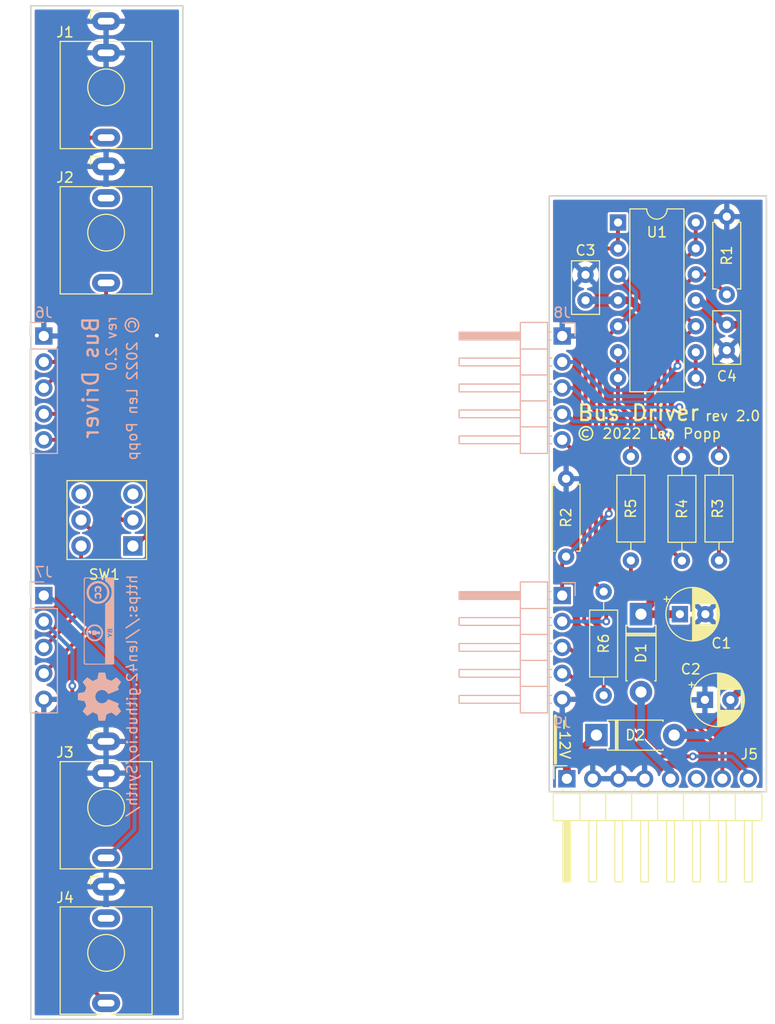
<source format=kicad_pcb>
(kicad_pcb (version 20211014) (generator pcbnew)
  (title_block (title "Eurorack Bus Driver") (date "2022-05-26") (rev "2.0") (company "Len Popp") (comment 1 "Copyright © 2022 Len Popp CC BY") (comment 2 "Board settings comply with requirements of OSH Park https://oshpark.com/") (comment 3 "Eurorack CV & gate bus driver module - 3HP"))
  (layers (0 "F.Cu" signal) (31 "B.Cu" signal) (36 "B.SilkS" user "B.Silkscreen") (37 "F.SilkS" user "F.Silkscreen") (38 "B.Mask" user) (39 "F.Mask" user) (44 "Edge.Cuts" user))
  (net 0 "")
  (net 1 "+12V")
  (net 2 "GND")
  (net 3 "-12V")
  (net 4 "Net-(D1-Pad2)")
  (net 6 "Net-(D2-Pad1)")
  (net 7 "IN-CV")
  (net 8 "BUS-CV")
  (net 9 "IN-GATE")
  (net 10 "BUS-GATE")
  (net 12 "OUT-CV-FRONT")
  (net 13 "OUT-CV-BUS")
  (net 14 "OUT-GATE-FRONT")
  (net 15 "OUT-GATE-BUS")
  (net 17 "Net-(R3-Pad1)")
  (net 18 "Net-(R4-Pad1)")
  (net 19 "Net-(R5-Pad1)")
  (net 20 "Net-(R6-Pad1)")
  (footprint "-lmp-misc:C_Disc_D5.0mm_W2.5mm_P2.50mm" (layer "F.Cu") (at 154.686 70.1675 90)
    (fp_text reference "C3" (at 4.8895 0 180) (layer "F.SilkS"))
    (fp_text value "100N")
    (pad "1" thru_hole circle locked (at 0 0 90) (size 1.6 1.6) (drill 0.8) (layers *.Cu *.Mask) (net 1 "+12V"))
    (pad "2" thru_hole circle locked (at 2.5 0 90) (size 1.6 1.6) (drill 0.8) (layers *.Cu *.Mask) (net 2 "GND"))
  )
  (footprint "-lmp-misc:R_Axial_DIN0207_L6.3mm_D2.5mm_P10.16mm_Horizontal" (layer "F.Cu") (at 156.464 98.679 -90)
    (fp_text reference "R6" (at 5.08 0 90) (layer "F.SilkS"))
    (fp_text value "51R")
    (pad "1" thru_hole circle locked (at 0 0 270) (size 1.6 1.6) (drill 0.8) (layers *.Cu *.Mask) (net 20 "Net-(R6-Pad1)"))
    (pad "2" thru_hole oval locked (at 10.16 0 270) (size 1.6 1.6) (drill 0.8) (layers *.Cu *.Mask) (net 15 "OUT-GATE-BUS"))
  )
  (footprint "-lmp-misc:C_Disc_D5.0mm_W2.5mm_P2.50mm" (layer "F.Cu") (at 168.529 75.057 90)
    (fp_text reference "C4" (at -2.54 0 180) (layer "F.SilkS"))
    (fp_text value "100N")
    (pad "1" thru_hole circle locked (at 0 0 90) (size 1.6 1.6) (drill 0.8) (layers *.Cu *.Mask) (net 2 "GND"))
    (pad "2" thru_hole circle locked (at 2.5 0 90) (size 1.6 1.6) (drill 0.8) (layers *.Cu *.Mask) (net 3 "-12V"))
  )
  (footprint "-lmp-misc:CP_Radial_D5.0mm_P2.50mm" (layer "F.Cu") (at 166.384088 109.2708)
    (fp_text reference "C2" (at -1.385688 -2.9972) (layer "F.SilkS"))
    (fp_text value "10U")
    (pad "1" thru_hole rect locked (at 0 0) (size 1.6 1.6) (drill 0.8) (layers *.Cu *.Mask) (net 2 "GND"))
    (pad "2" thru_hole circle locked (at 2.5 0) (size 1.6 1.6) (drill 0.8) (layers *.Cu *.Mask) (net 3 "-12V"))
  )
  (footprint "Package_DIP:DIP-14_W7.62mm" (layer "F.Cu") (at 157.871 62.5475)
    (fp_text reference "U1" (at 3.81 0.9525) (layer "F.SilkS"))
    (fp_text value "TL074")
    (pad "1" thru_hole rect (at 0 0) (size 1.6 1.6) (drill 0.8) (layers *.Cu *.Mask) (net 20 "Net-(R6-Pad1)"))
    (pad "2" thru_hole oval (at 0 2.54) (size 1.6 1.6) (drill 0.8) (layers *.Cu *.Mask) (net 20 "Net-(R6-Pad1)"))
    (pad "3" thru_hole oval (at 0 5.08) (size 1.6 1.6) (drill 0.8) (layers *.Cu *.Mask) (net 9 "IN-GATE"))
    (pad "4" thru_hole oval (at 0 7.62) (size 1.6 1.6) (drill 0.8) (layers *.Cu *.Mask) (net 1 "+12V"))
    (pad "5" thru_hole oval (at 0 10.16) (size 1.6 1.6) (drill 0.8) (layers *.Cu *.Mask) (net 9 "IN-GATE"))
    (pad "6" thru_hole oval (at 0 12.7) (size 1.6 1.6) (drill 0.8) (layers *.Cu *.Mask) (net 19 "Net-(R5-Pad1)"))
    (pad "7" thru_hole oval (at 0 15.24) (size 1.6 1.6) (drill 0.8) (layers *.Cu *.Mask) (net 19 "Net-(R5-Pad1)"))
    (pad "8" thru_hole oval (at 7.62 15.24) (size 1.6 1.6) (drill 0.8) (layers *.Cu *.Mask) (net 17 "Net-(R3-Pad1)"))
    (pad "9" thru_hole oval (at 7.62 12.7) (size 1.6 1.6) (drill 0.8) (layers *.Cu *.Mask) (net 17 "Net-(R3-Pad1)"))
    (pad "10" thru_hole oval (at 7.62 10.16) (size 1.6 1.6) (drill 0.8) (layers *.Cu *.Mask) (net 7 "IN-CV"))
    (pad "11" thru_hole oval (at 7.62 7.62) (size 1.6 1.6) (drill 0.8) (layers *.Cu *.Mask) (net 3 "-12V"))
    (pad "12" thru_hole oval (at 7.62 5.08) (size 1.6 1.6) (drill 0.8) (layers *.Cu *.Mask) (net 7 "IN-CV"))
    (pad "13" thru_hole oval (at 7.62 2.54) (size 1.6 1.6) (drill 0.8) (layers *.Cu *.Mask) (net 18 "Net-(R4-Pad1)"))
    (pad "14" thru_hole oval (at 7.62 0) (size 1.6 1.6) (drill 0.8) (layers *.Cu *.Mask) (net 18 "Net-(R4-Pad1)"))
  )
  (footprint "-lmp-misc:R_Axial_DIN0207_L6.3mm_D2.5mm_P7.62mm_Horizontal" (layer "F.Cu") (at 152.781 95.25 90)
    (fp_text reference "R2" (at 3.81 0 90) (layer "F.SilkS"))
    (fp_text value "1M")
    (pad "1" thru_hole circle locked (at 0 0 90) (size 1.6 1.6) (drill 0.8) (layers *.Cu *.Mask) (net 9 "IN-GATE"))
    (pad "2" thru_hole oval locked (at 7.62 0 90) (size 1.6 1.6) (drill 0.8) (layers *.Cu *.Mask) (net 2 "GND"))
  )
  (footprint "Diode_THT:D_DO-41_SOD81_P7.62mm_Horizontal" (layer "F.Cu") (at 160.1216 100.8888 -90)
    (fp_text reference "D1" (at 3.81 0 90) (layer "F.SilkS"))
    (fp_text value "MBR150")
    (pad "1" thru_hole rect (at 0 0 270) (size 2.2 2.2) (drill 1.1) (layers *.Cu *.Mask) (net 1 "+12V"))
    (pad "2" thru_hole oval (at 7.62 0 270) (size 2.2 2.2) (drill 1.1) (layers *.Cu *.Mask) (net 4 "Net-(D1-Pad2)"))
  )
  (footprint "-lmp-synth:Jack_3.5mm_QingPu_WQP-PJ398SM_Vertical" (layer "F.Cu") (at 107.706 127.558)
    (fp_text reference "J4" (at -4.03 1.08) (layer "F.SilkS"))
    (fp_text value "WQP-PJ398")
    (pad "S" thru_hole oval (at 0 0 180) (size 2.75 1.75) (drill oval 1.65 0.65) (layers *.Cu *.Mask) (net 2 "GND"))
    (pad "T" thru_hole oval (at 0 11.4 180) (size 2.75 1.75) (drill oval 1.65 0.65) (layers *.Cu *.Mask) (net 14 "OUT-GATE-FRONT"))
    (pad "TN" thru_hole oval (at 0 3.1 180) (size 2.75 1.75) (drill oval 1.65 0.65) (layers *.Cu *.Mask))
  )
  (footprint "-lmp-synth:PinHeader-Eurorack-8-TH-RA" (layer "F.Cu") (at 152.8572 116.9924 -90)
    (fp_text reference "J5" (at -2.3876 -17.8816) (layer "F.SilkS"))
    (fp_text value "Conn_01x08")
    (pad "1" thru_hole rect (at 0 0 90) (size 1.7 1.7) (drill 1) (layers *.Cu *.Mask) (net 6 "Net-(D2-Pad1)"))
    (pad "2" thru_hole oval (at 0 -2.54 90) (size 1.7 1.7) (drill 1) (layers *.Cu *.Mask) (net 2 "GND"))
    (pad "3" thru_hole oval (at 0 -5.08 90) (size 1.7 1.7) (drill 1) (layers *.Cu *.Mask) (net 2 "GND"))
    (pad "4" thru_hole oval (at 0 -7.62 90) (size 1.7 1.7) (drill 1) (layers *.Cu *.Mask) (net 2 "GND"))
    (pad "5" thru_hole oval (at 0 -10.16 90) (size 1.7 1.7) (drill 1) (layers *.Cu *.Mask) (net 4 "Net-(D1-Pad2)"))
    (pad "6" thru_hole oval (at 0 -12.7 90) (size 1.7 1.7) (drill 1) (layers *.Cu *.Mask))
    (pad "7" thru_hole oval (at 0 -15.24 90) (size 1.7 1.7) (drill 1) (layers *.Cu *.Mask) (net 8 "BUS-CV"))
    (pad "8" thru_hole oval (at 0 -17.78 90) (size 1.7 1.7) (drill 1) (layers *.Cu *.Mask) (net 10 "BUS-GATE"))
  )
  (footprint "Diode_THT:D_DO-41_SOD81_P7.62mm_Horizontal" (layer "F.Cu") (at 155.7528 112.7252)
    (fp_text reference "D2" (at 3.81 0) (layer "F.SilkS"))
    (fp_text value "MBR150")
    (pad "1" thru_hole rect (at 0 0) (size 2.2 2.2) (drill 1.1) (layers *.Cu *.Mask) (net 6 "Net-(D2-Pad1)"))
    (pad "2" thru_hole oval (at 7.62 0) (size 2.2 2.2) (drill 1.1) (layers *.Cu *.Mask) (net 3 "-12V"))
  )
  (footprint "-lmp-synth:Jack_3.5mm_QingPu_WQP-PJ398SM_Vertical" (layer "F.Cu") (at 107.706 42.84)
    (fp_text reference "J1" (at -4.03 1.08) (layer "F.SilkS"))
    (fp_text value "WQP-PJ398")
    (pad "S" thru_hole oval (at 0 0 180) (size 2.75 1.75) (drill oval 1.65 0.65) (layers *.Cu *.Mask) (net 2 "GND"))
    (pad "T" thru_hole oval (at 0 11.4 180) (size 2.75 1.75) (drill oval 1.65 0.65) (layers *.Cu *.Mask) (net 7 "IN-CV"))
    (pad "TN" thru_hole oval (at 0 3.1 180) (size 2.75 1.75) (drill oval 1.65 0.65) (layers *.Cu *.Mask) (net 2 "GND"))
  )
  (footprint "-lmp-misc:R_Axial_DIN0207_L6.3mm_D2.5mm_P10.16mm_Horizontal" (layer "F.Cu") (at 159.131 85.471 -90)
    (fp_text reference "R5" (at 5.08 0 90) (layer "F.SilkS"))
    (fp_text value "51R")
    (pad "1" thru_hole circle locked (at 0 0 270) (size 1.6 1.6) (drill 0.8) (layers *.Cu *.Mask) (net 19 "Net-(R5-Pad1)"))
    (pad "2" thru_hole oval locked (at 10.16 0 270) (size 1.6 1.6) (drill 0.8) (layers *.Cu *.Mask) (net 14 "OUT-GATE-FRONT"))
  )
  (footprint "-lmp-misc:SW_DPDT_THT_2.54" (layer "F.Cu") (at 110.333 94.211 180)
    (fp_text reference "SW1" (at 2.794 -2.794) (layer "F.SilkS"))
    (fp_text value "SW_DPDT")
    (pad "1" thru_hole rect (at 0 0 180) (size 1.905 1.905) (drill 1.0922) (layers *.Cu *.Mask) (net 13 "OUT-CV-BUS"))
    (pad "2" thru_hole circle (at 0 2.54 180) (size 1.905 1.905) (drill 1.0922) (layers *.Cu *.Mask) (net 8 "BUS-CV"))
    (pad "3" thru_hole circle (at 0 5.08 180) (size 1.905 1.905) (drill 1.0922) (layers *.Cu *.Mask))
    (pad "4" thru_hole circle (at 5.08 0 180) (size 1.905 1.905) (drill 1.0922) (layers *.Cu *.Mask) (net 15 "OUT-GATE-BUS"))
    (pad "5" thru_hole circle (at 5.08 2.54 180) (size 1.905 1.905) (drill 1.0922) (layers *.Cu *.Mask) (net 10 "BUS-GATE"))
    (pad "6" thru_hole circle (at 5.08 5.08 180) (size 1.905 1.905) (drill 1.0922) (layers *.Cu *.Mask))
  )
  (footprint "-lmp-misc:CP_Radial_D5.0mm_P2.50mm" (layer "F.Cu") (at 163.9316 100.8888)
    (fp_text reference "C1" (at 4.064 2.8448) (layer "F.SilkS"))
    (fp_text value "10U")
    (pad "1" thru_hole rect locked (at 0 0) (size 1.6 1.6) (drill 0.8) (layers *.Cu *.Mask) (net 1 "+12V"))
    (pad "2" thru_hole circle locked (at 2.5 0) (size 1.6 1.6) (drill 0.8) (layers *.Cu *.Mask) (net 2 "GND"))
  )
  (footprint "-lmp-synth:Jack_3.5mm_QingPu_WQP-PJ398SM_Vertical" (layer "F.Cu") (at 107.706 113.34)
    (fp_text reference "J3" (at -4.03 1.08) (layer "F.SilkS"))
    (fp_text value "WQP-PJ398")
    (pad "S" thru_hole oval (at 0 0 180) (size 2.75 1.75) (drill oval 1.65 0.65) (layers *.Cu *.Mask) (net 2 "GND"))
    (pad "T" thru_hole oval (at 0 11.4 180) (size 2.75 1.75) (drill oval 1.65 0.65) (layers *.Cu *.Mask) (net 9 "IN-GATE"))
    (pad "TN" thru_hole oval (at 0 3.1 180) (size 2.75 1.75) (drill oval 1.65 0.65) (layers *.Cu *.Mask) (net 2 "GND"))
  )
  (footprint "-lmp-misc:R_Axial_DIN0207_L6.3mm_D2.5mm_P7.62mm_Horizontal" (layer "F.Cu") (at 168.529 69.596 90)
    (fp_text reference "R1" (at 3.81 0 90) (layer "F.SilkS"))
    (fp_text value "1M")
    (pad "1" thru_hole circle locked (at 0 0 90) (size 1.6 1.6) (drill 0.8) (layers *.Cu *.Mask) (net 7 "IN-CV"))
    (pad "2" thru_hole oval locked (at 7.62 0 90) (size 1.6 1.6) (drill 0.8) (layers *.Cu *.Mask) (net 2 "GND"))
  )
  (footprint "-lmp-synth:Jack_3.5mm_QingPu_WQP-PJ398SM_Vertical" (layer "F.Cu") (at 107.706 57.058)
    (fp_text reference "J2" (at -4.03 1.08) (layer "F.SilkS"))
    (fp_text value "WQP-PJ398")
    (pad "S" thru_hole oval (at 0 0 180) (size 2.75 1.75) (drill oval 1.65 0.65) (layers *.Cu *.Mask) (net 2 "GND"))
    (pad "T" thru_hole oval (at 0 11.4 180) (size 2.75 1.75) (drill oval 1.65 0.65) (layers *.Cu *.Mask) (net 12 "OUT-CV-FRONT"))
    (pad "TN" thru_hole oval (at 0 3.1 180) (size 2.75 1.75) (drill oval 1.65 0.65) (layers *.Cu *.Mask))
  )
  (footprint "-lmp-misc:R_Axial_DIN0207_L6.3mm_D2.5mm_P10.16mm_Horizontal" (layer "F.Cu") (at 164.1348 85.4964 -90)
    (fp_text reference "R4" (at 5.08 0 90) (layer "F.SilkS"))
    (fp_text value "51R")
    (pad "1" thru_hole circle locked (at 0 0 270) (size 1.6 1.6) (drill 0.8) (layers *.Cu *.Mask) (net 18 "Net-(R4-Pad1)"))
    (pad "2" thru_hole oval locked (at 10.16 0 270) (size 1.6 1.6) (drill 0.8) (layers *.Cu *.Mask) (net 13 "OUT-CV-BUS"))
  )
  (footprint "-lmp-misc:R_Axial_DIN0207_L6.3mm_D2.5mm_P10.16mm_Horizontal" (layer "F.Cu") (at 167.767 85.471 -90)
    (fp_text reference "R3" (at 5.08 0.127 90) (layer "F.SilkS"))
    (fp_text value "51R")
    (pad "1" thru_hole circle locked (at 0 0 270) (size 1.6 1.6) (drill 0.8) (layers *.Cu *.Mask) (net 17 "Net-(R3-Pad1)"))
    (pad "2" thru_hole oval locked (at 10.16 0 270) (size 1.6 1.6) (drill 0.8) (layers *.Cu *.Mask) (net 12 "OUT-CV-FRONT"))
  )
  (footprint "-lmp-misc:Logo_CC_BY" (layer "B.Cu") (at 107 101.546 -90)
    (fp_text reference "G2" hide)
    (fp_text value "Logo_CC_BY" hide)
  )
  (footprint "-lmp-misc:Logo_OSHW" (layer "B.Cu") (at 107.073 108.966 -90)
    (fp_text reference "G4" hide)
    (fp_text value "Logo_OSHW" hide)
  )
  (footprint "Connector_PinSocket_2.54mm:PinSocket_1x05_P2.54mm_Vertical" (layer "B.Cu") (at 101.6 99.06 180)
    (fp_text reference "J7" (at 0 2.286) (layer "B.SilkS") (effects (justify mirror)))
    (fp_text value "Conn_Front")
    (pad "1" thru_hole rect (at 0 0 180) (size 1.7 1.7) (drill 1) (layers *.Cu *.Mask) (net 9 "IN-GATE"))
    (pad "2" thru_hole oval (at 0 -2.54 180) (size 1.7 1.7) (drill 1) (layers *.Cu *.Mask) (net 14 "OUT-GATE-FRONT"))
    (pad "3" thru_hole oval (at 0 -5.08 180) (size 1.7 1.7) (drill 1) (layers *.Cu *.Mask) (net 15 "OUT-GATE-BUS"))
    (pad "4" thru_hole oval (at 0 -7.62 180) (size 1.7 1.7) (drill 1) (layers *.Cu *.Mask) (net 10 "BUS-GATE"))
    (pad "5" thru_hole oval (at 0 -10.16 180) (size 1.7 1.7) (drill 1) (layers *.Cu *.Mask) (net 2 "GND"))
  )
  (footprint "Connector_PinHeader_2.54mm:PinHeader_1x05_P2.54mm_Horizontal" (layer "B.Cu") (at 152.4 73.66 180)
    (fp_text reference "J8" (at 0 2.286) (layer "B.SilkS") (effects (justify mirror)))
    (fp_text value "Conn_Back")
    (pad "1" thru_hole rect (at 0 0 180) (size 1.7 1.7) (drill 1) (layers *.Cu *.Mask) (net 2 "GND"))
    (pad "2" thru_hole oval (at 0 -2.54 180) (size 1.7 1.7) (drill 1) (layers *.Cu *.Mask) (net 7 "IN-CV"))
    (pad "3" thru_hole oval (at 0 -5.08 180) (size 1.7 1.7) (drill 1) (layers *.Cu *.Mask) (net 12 "OUT-CV-FRONT"))
    (pad "4" thru_hole oval (at 0 -7.62 180) (size 1.7 1.7) (drill 1) (layers *.Cu *.Mask) (net 13 "OUT-CV-BUS"))
    (pad "5" thru_hole oval (at 0 -10.16 180) (size 1.7 1.7) (drill 1) (layers *.Cu *.Mask) (net 8 "BUS-CV"))
  )
  (footprint "Connector_PinSocket_2.54mm:PinSocket_1x05_P2.54mm_Vertical" (layer "B.Cu") (at 101.6 73.66 180)
    (fp_text reference "J6" (at 0 2.286) (layer "B.SilkS") (effects (justify mirror)))
    (fp_text value "Conn_Front")
    (pad "1" thru_hole rect (at 0 0 180) (size 1.7 1.7) (drill 1) (layers *.Cu *.Mask) (net 2 "GND"))
    (pad "2" thru_hole oval (at 0 -2.54 180) (size 1.7 1.7) (drill 1) (layers *.Cu *.Mask) (net 7 "IN-CV"))
    (pad "3" thru_hole oval (at 0 -5.08 180) (size 1.7 1.7) (drill 1) (layers *.Cu *.Mask) (net 12 "OUT-CV-FRONT"))
    (pad "4" thru_hole oval (at 0 -7.62 180) (size 1.7 1.7) (drill 1) (layers *.Cu *.Mask) (net 13 "OUT-CV-BUS"))
    (pad "5" thru_hole oval (at 0 -10.16 180) (size 1.7 1.7) (drill 1) (layers *.Cu *.Mask) (net 8 "BUS-CV"))
  )
  (footprint "Connector_PinHeader_2.54mm:PinHeader_1x05_P2.54mm_Horizontal" (layer "B.Cu") (at 152.4 99.06 180)
    (fp_text reference "J9" (at 0 -12.446) (layer "B.SilkS") (effects (justify mirror)))
    (fp_text value "Conn_Back")
    (pad "1" thru_hole rect (at 0 0 180) (size 1.7 1.7) (drill 1) (layers *.Cu *.Mask) (net 9 "IN-GATE"))
    (pad "2" thru_hole oval (at 0 -2.54 180) (size 1.7 1.7) (drill 1) (layers *.Cu *.Mask) (net 14 "OUT-GATE-FRONT"))
    (pad "3" thru_hole oval (at 0 -5.08 180) (size 1.7 1.7) (drill 1) (layers *.Cu *.Mask) (net 15 "OUT-GATE-BUS"))
    (pad "4" thru_hole oval (at 0 -7.62 180) (size 1.7 1.7) (drill 1) (layers *.Cu *.Mask) (net 10 "BUS-GATE"))
    (pad "5" thru_hole oval (at 0 -10.16 180) (size 1.7 1.7) (drill 1) (layers *.Cu *.Mask) (net 2 "GND"))
  )
  (gr_line (start 151.7396 110.8536) (end 151.7396 115.4684) (layer "F.SilkS") (width 0.3048))
  (gr_line (start 151.13 118.2624) (end 151.13 59.944) (layer "Edge.Cuts") (width 0.1524))
  (gr_line (start 151.13 59.944) (end 172.4152 59.944) (layer "Edge.Cuts") (width 0.1524))
  (gr_line (start 115.23 41.33) (end 115.23 140.534) (layer "Edge.Cuts") (width 0.1524))
  (gr_line (start 115.23 140.534) (end 100.33 140.534) (layer "Edge.Cuts") (width 0.1524))
  (gr_line (start 100.33 41.33) (end 115.23 41.33) (layer "Edge.Cuts") (width 0.1524))
  (gr_line (start 172.4152 118.2624) (end 151.13 118.2624) (layer "Edge.Cuts") (width 0.1524))
  (gr_line (start 172.4152 59.944) (end 172.4152 118.2624) (layer "Edge.Cuts") (width 0.1524))
  (gr_line (start 100.33 140.534) (end 100.33 41.33) (layer "Edge.Cuts") (width 0.1524))
  (gr_text "Bus Driver" (at 106.2 71.628 90) (layer "B.SilkS") (effects (font (size 1.524 1.524) (thickness 0.2286)) (justify left mirror)))
  (gr_text "rev ${REVISION}" (at 108.232 71.628 90) (layer "B.SilkS") (effects (font (size 1 1)) (justify left mirror)))
  (gr_text "© 2022 Len Popp" (at 110.264 71.628 90) (layer "B.SilkS") (effects (font (size 1 1)) (justify left mirror)))
  (gr_text "https://len42.github.io/Synth/" (at 110.264 96.9264 90) (layer "B.SilkS") (effects (font (size 1 1)) (justify left mirror)))
  (gr_text "-12V" (at 152.654 115.1636 270) (layer "F.SilkS") (effects (font (size 1 1)) (justify right)))
  (gr_text "© 2022 Len Popp" (at 153.7716 83.2104) (layer "F.SilkS") (effects (font (size 1 1)) (justify left)))
  (gr_text "rev ${REVISION}" (at 166.3192 81.4832) (layer "F.SilkS") (effects (font (size 1 1)) (justify left)))
  (gr_text "Bus Driver" (at 153.7716 81.1784) (layer "F.SilkS") (effects (font (size 1.524 1.524) (thickness 0.2286)) (justify left)))
  (segment (start 159.131 70.1675) (end 157.861 70.1675) (width 0.762) (layer "F.Cu") (net 1))
  (segment (start 160.1216 100.8888) (end 161.036 99.9744) (width 0.762) (layer "F.Cu") (net 1))
  (segment (start 161.036 99.9744) (end 161.036 72.0725) (width 0.762) (layer "F.Cu") (net 1))
  (segment (start 160.1216 100.8888) (end 163.9316 100.8888) (width 0.762) (layer "F.Cu") (net 1))
  (segment (start 161.036 72.0725) (end 159.131 70.1675) (width 0.762) (layer "F.Cu") (net 1))
  (segment (start 154.686 70.1675) (end 157.861 70.1675) (width 0.762) (layer "B.Cu") (net 1))
  (via (at 112.6744 73.6092) (size 0.762) (drill 0.381) (layers "F.Cu" "B.Cu") (net 2))
  (segment (start 170.815 73.787) (end 169.585 72.557) (width 0.762) (layer "F.Cu") (net 3))
  (segment (start 170.815 107.339888) (end 170.815 73.787) (width 0.762) (layer "F.Cu") (net 3))
  (segment (start 169.585 72.557) (end 168.529 72.557) (width 0.762) (layer "F.Cu") (net 3))
  (segment (start 168.884088 109.2708) (end 170.815 107.339888) (width 0.762) (layer "F.Cu") (net 3))
  (segment (start 168.315 72.557) (end 165.9255 70.1675) (width 0.762) (layer "B.Cu") (net 3))
  (segment (start 165.9255 70.1675) (end 165.481 70.1675) (width 0.762) (layer "B.Cu") (net 3))
  (segment (start 166.6748 112.7252) (end 168.884088 110.515912) (width 0.762) (layer "B.Cu") (net 3))
  (segment (start 168.529 72.557) (end 168.315 72.557) (width 0.762) (layer "B.Cu") (net 3))
  (segment (start 168.884088 110.515912) (end 168.884088 109.2708) (width 0.762) (layer "B.Cu") (net 3))
  (segment (start 163.3728 112.7252) (end 166.6748 112.7252) (width 0.762) (layer "B.Cu") (net 3))
  (segment (start 163.0172 116.2812) (end 163.0172 116.9924) (width 0.762) (layer "B.Cu") (net 4))
  (segment (start 160.1216 113.3856) (end 163.0172 116.2812) (width 0.762) (layer "B.Cu") (net 4))
  (segment (start 160.1216 108.5088) (end 160.1216 113.3856) (width 0.762) (layer "B.Cu") (net 4))
  (segment (start 152.8572 115.6208) (end 152.8572 116.9924) (width 0.762) (layer "F.Cu") (net 6))
  (segment (start 155.7528 112.7252) (end 152.8572 115.6208) (width 0.762) (layer "F.Cu") (net 6))
  (segment (start 103.9368 74.8792) (end 102.616 76.2) (width 0.381) (layer "F.Cu") (net 7))
  (segment (start 163.703 76.581) (end 163.703 74.4855) (width 0.381) (layer "F.Cu") (net 7))
  (segment (start 107.706 54.24) (end 106.1356 54.24) (width 0.381) (layer "F.Cu") (net 7))
  (segment (start 168.529 69.596) (end 166.5605 67.6275) (width 0.381) (layer "F.Cu") (net 7))
  (segment (start 166.5605 67.6275) (end 165.481 67.6275) (width 0.381) (layer "F.Cu") (net 7))
  (segment (start 165.481 67.6275) (end 163.83 69.2785) (width 0.381) (layer "F.Cu") (net 7))
  (segment (start 103.9368 56.4388) (end 103.9368 74.8792) (width 0.381) (layer "F.Cu") (net 7))
  (segment (start 163.703 74.4855) (end 165.481 72.7075) (width 0.381) (layer "F.Cu") (net 7))
  (segment (start 106.1356 54.24) (end 103.9368 56.4388) (width 0.381) (layer "F.Cu") (net 7))
  (segment (start 163.83 71.0565) (end 165.481 72.7075) (width 0.381) (layer "F.Cu") (net 7))
  (segment (start 163.83 69.2785) (end 163.83 71.0565) (width 0.381) (layer "F.Cu") (net 7))
  (segment (start 102.616 76.2) (end 101.6 76.2) (width 0.381) (layer "F.Cu") (net 7))
  (via (at 163.703 76.581) (size 0.762) (drill 0.381) (layers "F.Cu" "B.Cu") (net 7))
  (segment (start 156.8958 79.5528) (end 153.543 76.2) (width 0.381) (layer "B.Cu") (net 7))
  (segment (start 153.543 76.2) (end 152.4 76.2) (width 0.381) (layer "B.Cu") (net 7))
  (segment (start 163.703 76.581) (end 160.7312 79.5528) (width 0.381) (layer "B.Cu") (net 7))
  (segment (start 160.7312 79.5528) (end 156.8958 79.5528) (width 0.381) (layer "B.Cu") (net 7))
  (segment (start 104.648 83.82) (end 107.8992 87.0712) (width 0.381) (layer "F.Cu") (net 8))
  (segment (start 168.0972 114.3) (end 168.0972 116.9924) (width 0.381) (layer "F.Cu") (net 8))
  (segment (start 107.8992 90.2716) (end 109.2986 91.671) (width 0.381) (layer "F.Cu") (net 8))
  (segment (start 109.2986 91.671) (end 110.333 91.671) (width 0.381) (layer "F.Cu") (net 8))
  (segment (start 107.8992 87.0712) (end 107.8992 90.2716) (width 0.381) (layer "F.Cu") (net 8))
  (segment (start 163.4744 108.712) (end 163.4744 109.6772) (width 0.381) (layer "F.Cu") (net 8))
  (segment (start 163.4744 109.6772) (end 168.0972 114.3) (width 0.381) (layer "F.Cu") (net 8))
  (segment (start 154.559 101.6254) (end 157.3784 104.4448) (width 0.381) (layer "F.Cu") (net 8))
  (segment (start 101.6 83.82) (end 104.648 83.82) (width 0.381) (layer "F.Cu") (net 8))
  (segment (start 154.559 85.979) (end 154.559 101.6254) (width 0.381) (layer "F.Cu") (net 8))
  (segment (start 159.2072 104.4448) (end 163.4744 108.712) (width 0.381) (layer "F.Cu") (net 8))
  (segment (start 152.4 83.82) (end 154.559 85.979) (width 0.381) (layer "F.Cu") (net 8))
  (segment (start 157.3784 104.4448) (end 159.2072 104.4448) (width 0.381) (layer "F.Cu") (net 8))
  (segment (start 157.0355 81.28) (end 157.0355 90.9955) (width 0.381) (layer "F.Cu") (net 9))
  (segment (start 157.0355 81.28) (end 156.083 80.3275) (width 0.381) (layer "F.Cu") (net 9))
  (segment (start 157.0355 90.9955) (end 156.972 91.059) (width 0.381) (layer "F.Cu") (net 9))
  (segment (start 152.4 99.06) (end 152.4 95.631) (width 0.381) (layer "F.Cu") (net 9))
  (segment (start 156.083 80.3275) (end 156.083 74.4855) (width 0.381) (layer "F.Cu") (net 9))
  (segment (start 156.083 74.4855) (end 157.861 72.7075) (width 0.381) (layer "F.Cu") (net 9))
  (segment (start 152.4 95.631) (end 152.781 95.25) (width 0.381) (layer "F.Cu") (net 9))
  (via (at 156.972 91.059) (size 0.762) (drill 0.381) (layers "F.Cu" "B.Cu") (net 9))
  (segment (start 110.49 107.442) (end 110.49 121.956) (width 0.381) (layer "B.Cu") (net 9))
  (segment (start 102.108 99.06) (end 110.49 107.442) (width 0.381) (layer "B.Cu") (net 9))
  (segment (start 102.108 99.06) (end 101.6 99.06) (width 0.381) (layer "B.Cu") (net 9))
  (segment (start 110.49 121.956) (end 107.706 124.74) (width 0.381) (layer "B.Cu") (net 9))
  (segment (start 157.861 72.7075) (end 159.639 70.9295) (width 0.381) (layer "B.Cu") (net 9))
  (segment (start 159.639 70.9295) (end 159.639 69.4055) (width 0.381) (layer "B.Cu") (net 9))
  (segment (start 159.639 69.4055) (end 157.861 67.6275) (width 0.381) (layer "B.Cu") (net 9))
  (segment (start 152.781 95.25) (end 156.972 91.059) (width 0.381) (layer "B.Cu") (net 9))
  (segment (start 155.8036 110.5408) (end 154.5336 109.2708) (width 0.381) (layer "F.Cu") (net 10))
  (segment (start 105.253 91.671) (end 106.8832 93.3012) (width 0.381) (layer "F.Cu") (net 10))
  (segment (start 157.4292 110.5408) (end 155.8036 110.5408) (width 0.381) (layer "F.Cu") (net 10))
  (segment (start 165.2016 114.808) (end 161.6964 114.808) (width 0.381) (layer "F.Cu") (net 10))
  (segment (start 152.9588 106.68) (end 152.4 106.68) (width 0.381) (layer "F.Cu") (net 10))
  (segment (start 161.6964 114.808) (end 157.4292 110.5408) (width 0.381) (layer "F.Cu") (net 10))
  (segment (start 154.5336 109.2708) (end 154.5336 108.2548) (width 0.381) (layer "F.Cu") (net 10))
  (segment (start 154.5336 108.2548) (end 152.9588 106.68) (width 0.381) (layer "F.Cu") (net 10))
  (segment (start 106.8832 93.3012) (end 106.8832 101.3968) (width 0.381) (layer "F.Cu") (net 10))
  (segment (start 106.8832 101.3968) (end 101.6 106.68) (width 0.381) (layer "F.Cu") (net 10))
  (via (at 165.2016 114.808) (size 0.762) (drill 0.381) (layers "F.Cu" "B.Cu") (net 10))
  (segment (start 170.6372 116.4336) (end 170.6372 116.9924) (width 0.381) (layer "B.Cu") (net 10))
  (segment (start 165.2016 114.808) (end 169.0116 114.808) (width 0.381) (layer "B.Cu") (net 10))
  (segment (start 169.0116 114.808) (end 170.6372 116.4336) (width 0.381) (layer "B.Cu") (net 10))
  (segment (start 101.6 78.74) (end 107.706 72.634) (width 0.381) (layer "F.Cu") (net 12))
  (segment (start 163.8808 80.6196) (end 165.862 82.6008) (width 0.381) (layer "F.Cu") (net 12))
  (segment (start 165.862 86.614) (end 167.767 88.519) (width 0.381) (layer "F.Cu") (net 12))
  (segment (start 167.767 88.519) (end 167.767 95.631) (width 0.381) (layer "F.Cu") (net 12))
  (segment (start 107.706 72.634) (end 107.706 68.458) (width 0.381) (layer "F.Cu") (net 12))
  (segment (start 165.862 82.6008) (end 165.862 86.614) (width 0.381) (layer "F.Cu") (net 12))
  (via (at 163.8808 80.6196) (size 0.762) (drill 0.381) (layers "F.Cu" "B.Cu") (net 12))
  (segment (start 163.8808 80.6196) (end 163.8554 80.645) (width 0.381) (layer "B.Cu") (net 12))
  (segment (start 155.321 80.645) (end 153.416 78.74) (width 0.381) (layer "B.Cu") (net 12))
  (segment (start 163.8554 80.645) (end 155.321 80.645) (width 0.381) (layer "B.Cu") (net 12))
  (segment (start 153.416 78.74) (end 152.4 78.74) (width 0.381) (layer "B.Cu") (net 12))
  (segment (start 162.433 84.4042) (end 162.433 93.9546) (width 0.381) (layer "F.Cu") (net 13))
  (segment (start 107.2388 81.28) (end 112.3188 86.36) (width 0.381) (layer "F.Cu") (net 13))
  (segment (start 162.433 93.9546) (end 164.1348 95.6564) (width 0.381) (layer "F.Cu") (net 13))
  (segment (start 110.6146 94.211) (end 110.333 94.211) (width 0.381) (layer "F.Cu") (net 13))
  (segment (start 101.6 81.28) (end 107.2388 81.28) (width 0.381) (layer "F.Cu") (net 13))
  (segment (start 162.7632 83.312) (end 162.7632 84.074) (width 0.381) (layer "F.Cu") (net 13))
  (segment (start 162.7632 84.074) (end 162.433 84.4042) (width 0.381) (layer "F.Cu") (net 13))
  (segment (start 112.3188 86.36) (end 112.3188 92.5068) (width 0.381) (layer "F.Cu") (net 13))
  (segment (start 112.3188 92.5068) (end 110.6146 94.211) (width 0.381) (layer "F.Cu") (net 13))
  (via (at 162.7632 83.312) (size 0.762) (drill 0.381) (layers "F.Cu" "B.Cu") (net 13))
  (segment (start 161.4424 81.9912) (end 153.4922 81.9912) (width 0.381) (layer "B.Cu") (net 13))
  (segment (start 152.781 81.28) (end 152.4 81.28) (width 0.381) (layer "B.Cu") (net 13))
  (segment (start 153.4922 81.9912) (end 152.781 81.28) (width 0.381) (layer "B.Cu") (net 13))
  (segment (start 162.7632 83.312) (end 161.4424 81.9912) (width 0.381) (layer "B.Cu") (net 13))
  (segment (start 159.131 98.3234) (end 159.131 96.393) (width 0.381) (layer "F.Cu") (net 14))
  (segment (start 104.394 135.646) (end 107.706 138.958) (width 0.381) (layer "F.Cu") (net 14))
  (segment (start 156.718 101.6) (end 156.718 100.7364) (width 0.381) (layer "F.Cu") (net 14))
  (segment (start 104.394 107.8992) (end 104.394 135.646) (width 0.381) (layer "F.Cu") (net 14))
  (segment (start 156.718 100.7364) (end 159.131 98.3234) (width 0.381) (layer "F.Cu") (net 14))
  (via (at 156.718 101.6) (size 0.762) (drill 0.381) (layers "F.Cu" "B.Cu") (net 14))
  (via (at 104.394 107.8992) (size 0.762) (drill 0.381) (layers "F.Cu" "B.Cu") (net 14))
  (segment (start 104.394 104.394) (end 104.394 107.8992) (width 0.381) (layer "B.Cu") (net 14))
  (segment (start 101.6 101.6) (end 104.394 104.394) (width 0.381) (layer "B.Cu") (net 14))
  (segment (start 156.718 101.6) (end 152.4 101.6) (width 0.381) (layer "B.Cu") (net 14))
  (segment (start 156.464 107.569) (end 153.035 104.14) (width 0.381) (layer "F.Cu") (net 15))
  (segment (start 156.464 108.839) (end 156.464 107.569) (width 0.381) (layer "F.Cu") (net 15))
  (segment (start 153.035 104.14) (end 152.4 104.14) (width 0.381) (layer "F.Cu") (net 15))
  (segment (start 105.253 94.211) (end 105.253 100.487) (width 0.381) (layer "F.Cu") (net 15))
  (segment (start 105.253 100.487) (end 101.6 104.14) (width 0.381) (layer "F.Cu") (net 15))
  (segment (start 167.767 80.0735) (end 167.767 85.471) (width 0.381) (layer "F.Cu") (net 17))
  (segment (start 165.481 75.2475) (end 165.481 77.7875) (width 0.381) (layer "F.Cu") (net 17))
  (segment (start 165.481 77.7875) (end 167.767 80.0735) (width 0.381) (layer "F.Cu") (net 17))
  (segment (start 164.084 85.4456) (end 164.1348 85.4964) (width 0.381) (layer "F.Cu") (net 18))
  (segment (start 164.084 82.6516) (end 164.084 85.4456) (width 0.381) (layer "F.Cu") (net 18))
  (segment (start 162.433 81.0006) (end 164.084 82.6516) (width 0.381) (layer "F.Cu") (net 18))
  (segment (start 165.481 62.5475) (end 165.481 65.0875) (width 0.381) (layer "F.Cu") (net 18))
  (segment (start 162.433 68.1355) (end 162.433 81.0006) (width 0.381) (layer "F.Cu") (net 18))
  (segment (start 165.481 65.0875) (end 162.433 68.1355) (width 0.381) (layer "F.Cu") (net 18))
  (segment (start 159.131 85.471) (end 159.131 81.5975) (width 0.381) (layer "F.Cu") (net 19))
  (segment (start 157.861 75.2475) (end 157.861 77.7875) (width 0.381) (layer "F.Cu") (net 19))
  (segment (start 157.861 80.3275) (end 157.861 77.7875) (width 0.381) (layer "F.Cu") (net 19))
  (segment (start 159.131 81.5975) (end 157.861 80.3275) (width 0.381) (layer "F.Cu") (net 19))
  (segment (start 156.464 98.679) (end 155.702 97.917) (width 0.381) (layer "F.Cu") (net 20))
  (segment (start 154.3685 65.0875) (end 157.861 65.0875) (width 0.381) (layer "F.Cu") (net 20))
  (segment (start 157.861 65.0875) (end 157.861 62.5475) (width 0.381) (layer "F.Cu") (net 20))
  (segment (start 154.686 80.899) (end 154.686 72.644) (width 0.381) (layer "F.Cu") (net 20))
  (segment (start 155.702 81.915) (end 154.686 80.899) (width 0.381) (layer "F.Cu") (net 20))
  (segment (start 152.654 70.612) (end 152.654 66.802) (width 0.381) (layer "F.Cu") (net 20))
  (segment (start 154.686 72.644) (end 152.654 70.612) (width 0.381) (layer "F.Cu") (net 20))
  (segment (start 155.702 97.917) (end 155.702 81.915) (width 0.381) (layer "F.Cu") (net 20))
  (segment (start 152.654 66.802) (end 154.3685 65.0875) (width 0.381) (layer "F.Cu") (net 20))
  (zone (net 2) (net_name "GND") (layer "F.Cu") (connect_pads (clearance 0.2032)) (min_thickness 0.2032) (fill yes (thermal_gap 0.508) (thermal_bridge_width 0.508))
    (polygon (pts (xy 173.2788 127.9906) (xy 150.495 127.9906) (xy 150.495 59.1566) (xy 173.2788 59.1566)))
  )
  (zone (net 2) (net_name "GND") (layer "F.Cu") (connect_pads (clearance 0.2032)) (min_thickness 0.2032) (fill yes (thermal_gap 0.508) (thermal_bridge_width 0.508))
    (polygon (pts (xy 120.777 140.9954) (xy 99.695 140.9954) (xy 99.695 40.767) (xy 120.777 40.767)))
  )
  (zone (net 0) (net_name "") (layer "F.Cu") (connect_pads (clearance 0)) (min_thickness 0.254)
    (keepout (tracks not_allowed) (vias not_allowed) (pads allowed) (copperpour not_allowed) (footprints allowed))
    (fill (thermal_gap 0.508) (thermal_bridge_width 0.508))
    (polygon (pts (xy 107.641 135.5167) (xy 108.1045 135.4433) (xy 108.5227 135.2302) (xy 108.8545 134.8984) (xy 109.0676 134.4802) (xy 109.141 134.0167) (xy 109.0676 133.5532) (xy 108.8545 133.135) (xy 108.5227 132.8032) (xy 108.1045 132.5901) (xy 107.641 132.5167) (xy 107.1775 132.5901) (xy 106.7593 132.8032) (xy 106.4275 133.135) (xy 106.2144 133.5532) (xy 106.141 134.0167) (xy 106.2144 134.4802) (xy 106.4275 134.8984) (xy 106.7593 135.2302) (xy 107.1775 135.4433)))
  )
  (zone (net 0) (net_name "") (layer "F.Cu") (connect_pads (clearance 0)) (min_thickness 0.254)
    (keepout (tracks not_allowed) (vias not_allowed) (pads allowed) (copperpour not_allowed) (footprints allowed))
    (fill (thermal_gap 0.508) (thermal_bridge_width 0.508))
    (polygon (pts (xy 107.7023 121.333) (xy 108.1658 121.2596) (xy 108.584 121.0465) (xy 108.9158 120.7147) (xy 109.1289 120.2965) (xy 109.2023 119.833) (xy 109.1289 119.3695) (xy 108.9158 118.9513) (xy 108.584 118.6195) (xy 108.1658 118.4064) (xy 107.7023 118.333) (xy 107.2388 118.4064) (xy 106.8206 118.6195) (xy 106.4888 118.9513) (xy 106.2757 119.3695) (xy 106.2023 119.833) (xy 106.2757 120.2965) (xy 106.4888 120.7147) (xy 106.8206 121.0465) (xy 107.2388 121.2596)))
  )
  (zone (net 0) (net_name "") (layer "F.Cu") (connect_pads (clearance 0)) (min_thickness 0.254)
    (keepout (tracks not_allowed) (vias not_allowed) (pads allowed) (copperpour not_allowed) (footprints allowed))
    (fill (thermal_gap 0.508) (thermal_bridge_width 0.508))
    (polygon (pts (xy 107.7023 65.0466) (xy 108.1658 64.9732) (xy 108.584 64.7601) (xy 108.9158 64.4283) (xy 109.1289 64.0101) (xy 109.2023 63.5466) (xy 109.1289 63.0831) (xy 108.9158 62.6649) (xy 108.584 62.3331) (xy 108.1658 62.12) (xy 107.7023 62.0466) (xy 107.2388 62.12) (xy 106.8206 62.3331) (xy 106.4888 62.6649) (xy 106.2757 63.0831) (xy 106.2023 63.5466) (xy 106.2757 64.0101) (xy 106.4888 64.4283) (xy 106.8206 64.7601) (xy 107.2388 64.9732)))
  )
  (zone (net 0) (net_name "") (layer "F.Cu") (connect_pads (clearance 0)) (min_thickness 0.254)
    (keepout (tracks not_allowed) (vias not_allowed) (pads allowed) (copperpour not_allowed) (footprints allowed))
    (fill (thermal_gap 0.508) (thermal_bridge_width 0.508))
    (polygon (pts (xy 107.7023 50.8455) (xy 108.1658 50.7721) (xy 108.584 50.559) (xy 108.9158 50.2272) (xy 109.1289 49.809) (xy 109.2023 49.3455) (xy 109.1289 48.882) (xy 108.9158 48.4638) (xy 108.584 48.132) (xy 108.1658 47.9189) (xy 107.7023 47.8455) (xy 107.2388 47.9189) (xy 106.8206 48.132) (xy 106.4888 48.4638) (xy 106.2757 48.882) (xy 106.2023 49.3455) (xy 106.2757 49.809) (xy 106.4888 50.2272) (xy 106.8206 50.559) (xy 107.2388 50.7721)))
  )
  (zone (net 2) (net_name "GND") (layer "B.Cu") (connect_pads (clearance 0.2032)) (min_thickness 0.2032) (fill yes (thermal_gap 0.508) (thermal_bridge_width 0.508))
    (polygon (pts (xy 173.2788 127.9906) (xy 150.495 127.9906) (xy 150.495 59.1566) (xy 173.2788 59.1566)))
  )
  (zone (net 2) (net_name "GND") (layer "B.Cu") (connect_pads (clearance 0.2032)) (min_thickness 0.2032) (fill yes (thermal_gap 0.508) (thermal_bridge_width 0.508))
    (polygon (pts (xy 120.777 140.9954) (xy 99.695 140.9954) (xy 99.695 40.767) (xy 120.777 40.767)))
  )
)
</source>
